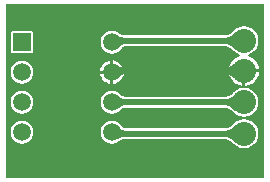
<source format=gbl>
G04 Layer_Physical_Order=2*
G04 Layer_Color=16711680*
%FSLAX24Y24*%
%MOIN*%
G70*
G01*
G75*
%ADD11C,0.0100*%
%ADD12C,0.0800*%
%ADD13R,0.0591X0.0591*%
%ADD14C,0.0591*%
%ADD15C,0.0200*%
G36*
X34917Y29133D02*
X26333D01*
Y34917D01*
X34917D01*
Y29133D01*
D02*
G37*
%LPC*%
G36*
X34748Y32650D02*
X34300D01*
Y32202D01*
X34381Y32213D01*
X34502Y32263D01*
X34607Y32343D01*
X34687Y32448D01*
X34737Y32569D01*
X34748Y32650D01*
D02*
G37*
G36*
X29800Y32600D02*
X29458D01*
X29465Y32547D01*
X29505Y32451D01*
X29568Y32368D01*
X29651Y32305D01*
X29747Y32265D01*
X29800Y32258D01*
Y32600D01*
D02*
G37*
G36*
X30073D02*
X29900D01*
Y32258D01*
X29953Y32265D01*
X30049Y32305D01*
X30132Y32368D01*
X30195Y32451D01*
X30235Y32547D01*
X30241Y32590D01*
X30238Y32589D01*
X30213Y32581D01*
X30190Y32571D01*
X30168Y32558D01*
X30147Y32542D01*
X30128Y32524D01*
X30110Y32504D01*
X30093Y32482D01*
X30073Y32600D01*
D02*
G37*
G36*
X34250Y32134D02*
X34125Y32118D01*
X34008Y32069D01*
X33908Y31992D01*
X33897Y31978D01*
X33874Y31956D01*
X33842Y31928D01*
X33812Y31904D01*
X33782Y31884D01*
X33753Y31867D01*
X33725Y31854D01*
X33698Y31844D01*
X33672Y31837D01*
X33650Y31834D01*
X30275D01*
X30264Y31835D01*
X30244Y31839D01*
X30225Y31844D01*
X30207Y31851D01*
X30189Y31860D01*
X30171Y31871D01*
X30154Y31883D01*
X30136Y31897D01*
X30124Y31909D01*
X30118Y31918D01*
X30039Y31978D01*
X29948Y32016D01*
X29850Y32029D01*
X29752Y32016D01*
X29661Y31978D01*
X29582Y31918D01*
X29522Y31839D01*
X29484Y31748D01*
X29471Y31650D01*
X29484Y31552D01*
X29522Y31461D01*
X29582Y31382D01*
X29661Y31322D01*
X29752Y31284D01*
X29850Y31271D01*
X29948Y31284D01*
X30039Y31322D01*
X30118Y31382D01*
X30124Y31391D01*
X30136Y31403D01*
X30154Y31417D01*
X30171Y31429D01*
X30189Y31440D01*
X30207Y31449D01*
X30225Y31456D01*
X30244Y31461D01*
X30264Y31465D01*
X30275Y31466D01*
X33650D01*
X33672Y31463D01*
X33698Y31456D01*
X33725Y31446D01*
X33753Y31433D01*
X33782Y31416D01*
X33811Y31396D01*
X33875Y31343D01*
X33897Y31322D01*
X33908Y31308D01*
X34008Y31231D01*
X34125Y31182D01*
X34250Y31166D01*
X34375Y31182D01*
X34492Y31231D01*
X34592Y31308D01*
X34669Y31408D01*
X34718Y31525D01*
X34734Y31650D01*
X34718Y31775D01*
X34669Y31892D01*
X34592Y31992D01*
X34492Y32069D01*
X34375Y32118D01*
X34250Y32134D01*
D02*
G37*
G36*
X26850Y31029D02*
X26752Y31016D01*
X26661Y30978D01*
X26582Y30918D01*
X26522Y30839D01*
X26484Y30748D01*
X26471Y30650D01*
X26484Y30552D01*
X26522Y30461D01*
X26582Y30382D01*
X26661Y30322D01*
X26752Y30284D01*
X26850Y30271D01*
X26948Y30284D01*
X27039Y30322D01*
X27118Y30382D01*
X27178Y30461D01*
X27216Y30552D01*
X27229Y30650D01*
X27216Y30748D01*
X27178Y30839D01*
X27118Y30918D01*
X27039Y30978D01*
X26948Y31016D01*
X26850Y31029D01*
D02*
G37*
G36*
X34250Y31084D02*
X34125Y31068D01*
X34008Y31019D01*
X33908Y30942D01*
X33897Y30928D01*
X33874Y30906D01*
X33842Y30878D01*
X33812Y30854D01*
X33782Y30834D01*
X33753Y30817D01*
X33725Y30804D01*
X33698Y30794D01*
X33672Y30787D01*
X33650Y30784D01*
X30289D01*
X30278Y30785D01*
X30260Y30789D01*
X30243Y30795D01*
X30228Y30802D01*
X30213Y30811D01*
X30199Y30821D01*
X30186Y30833D01*
X30173Y30848D01*
X30158Y30867D01*
X30153Y30871D01*
X30118Y30918D01*
X30039Y30978D01*
X29948Y31016D01*
X29850Y31029D01*
X29752Y31016D01*
X29661Y30978D01*
X29582Y30918D01*
X29522Y30839D01*
X29484Y30748D01*
X29471Y30650D01*
X29484Y30552D01*
X29522Y30461D01*
X29582Y30382D01*
X29661Y30322D01*
X29752Y30284D01*
X29850Y30271D01*
X29948Y30284D01*
X30039Y30322D01*
X30064Y30341D01*
X30069Y30343D01*
X30092Y30359D01*
X30113Y30372D01*
X30134Y30383D01*
X30155Y30393D01*
X30176Y30401D01*
X30197Y30407D01*
X30218Y30412D01*
X30239Y30416D01*
X30248Y30416D01*
X33650D01*
X33672Y30413D01*
X33698Y30406D01*
X33725Y30396D01*
X33753Y30383D01*
X33782Y30366D01*
X33811Y30346D01*
X33875Y30293D01*
X33897Y30272D01*
X33908Y30258D01*
X34008Y30181D01*
X34125Y30132D01*
X34250Y30116D01*
X34375Y30132D01*
X34492Y30181D01*
X34592Y30258D01*
X34669Y30358D01*
X34718Y30475D01*
X34734Y30600D01*
X34718Y30725D01*
X34669Y30842D01*
X34592Y30942D01*
X34492Y31019D01*
X34375Y31068D01*
X34250Y31084D01*
D02*
G37*
G36*
X26850Y32029D02*
X26752Y32016D01*
X26661Y31978D01*
X26582Y31918D01*
X26522Y31839D01*
X26484Y31748D01*
X26471Y31650D01*
X26484Y31552D01*
X26522Y31461D01*
X26582Y31382D01*
X26661Y31322D01*
X26752Y31284D01*
X26850Y31271D01*
X26948Y31284D01*
X27039Y31322D01*
X27118Y31382D01*
X27178Y31461D01*
X27216Y31552D01*
X27229Y31650D01*
X27216Y31748D01*
X27178Y31839D01*
X27118Y31918D01*
X27039Y31978D01*
X26948Y32016D01*
X26850Y32029D01*
D02*
G37*
G36*
X29900Y33042D02*
Y32700D01*
X30055D01*
X30023Y32889D01*
X30048Y32872D01*
X30073Y32857D01*
X30098Y32844D01*
X30124Y32832D01*
X30149Y32822D01*
X30175Y32814D01*
X30202Y32808D01*
X30213Y32806D01*
X30195Y32849D01*
X30132Y32932D01*
X30049Y32995D01*
X29953Y33035D01*
X29900Y33042D01*
D02*
G37*
G36*
X34250Y34184D02*
X34125Y34168D01*
X34008Y34119D01*
X33908Y34042D01*
X33897Y34028D01*
X33874Y34006D01*
X33842Y33978D01*
X33812Y33954D01*
X33782Y33934D01*
X33753Y33917D01*
X33725Y33904D01*
X33698Y33894D01*
X33672Y33887D01*
X33650Y33884D01*
X30248D01*
X30239Y33884D01*
X30218Y33888D01*
X30197Y33893D01*
X30176Y33899D01*
X30155Y33907D01*
X30134Y33917D01*
X30113Y33928D01*
X30092Y33941D01*
X30069Y33957D01*
X30064Y33959D01*
X30039Y33978D01*
X29948Y34016D01*
X29850Y34029D01*
X29752Y34016D01*
X29661Y33978D01*
X29582Y33918D01*
X29522Y33839D01*
X29484Y33748D01*
X29471Y33650D01*
X29484Y33552D01*
X29522Y33461D01*
X29582Y33382D01*
X29661Y33322D01*
X29752Y33284D01*
X29850Y33271D01*
X29948Y33284D01*
X30039Y33322D01*
X30118Y33382D01*
X30153Y33429D01*
X30158Y33433D01*
X30173Y33452D01*
X30186Y33467D01*
X30199Y33479D01*
X30213Y33489D01*
X30228Y33498D01*
X30243Y33505D01*
X30260Y33511D01*
X30278Y33515D01*
X30289Y33516D01*
X33650D01*
X33672Y33513D01*
X33698Y33506D01*
X33725Y33496D01*
X33753Y33483D01*
X33782Y33466D01*
X33811Y33446D01*
X33875Y33393D01*
X33897Y33372D01*
X33908Y33358D01*
X34008Y33281D01*
X34114Y33237D01*
X34118Y33201D01*
X34114Y33185D01*
X33998Y33137D01*
X33893Y33057D01*
X33813Y32952D01*
X33763Y32832D01*
X33791Y32845D01*
X33825Y32865D01*
X33859Y32888D01*
X33894Y32915D01*
X33929Y32946D01*
X33964Y32980D01*
Y32750D01*
X34748D01*
X34737Y32831D01*
X34687Y32952D01*
X34607Y33057D01*
X34502Y33137D01*
X34386Y33185D01*
X34382Y33201D01*
X34386Y33237D01*
X34492Y33281D01*
X34592Y33358D01*
X34669Y33458D01*
X34718Y33575D01*
X34734Y33700D01*
X34718Y33825D01*
X34669Y33942D01*
X34592Y34042D01*
X34492Y34119D01*
X34375Y34168D01*
X34250Y34184D01*
D02*
G37*
G36*
X27145Y34027D02*
X26555D01*
X26524Y34021D01*
X26497Y34003D01*
X26479Y33976D01*
X26473Y33945D01*
Y33355D01*
X26479Y33324D01*
X26497Y33297D01*
X26524Y33279D01*
X26555Y33273D01*
X27145D01*
X27176Y33279D01*
X27203Y33297D01*
X27221Y33324D01*
X27227Y33355D01*
Y33945D01*
X27221Y33976D01*
X27203Y34003D01*
X27176Y34021D01*
X27145Y34027D01*
D02*
G37*
G36*
X26850Y33029D02*
X26752Y33016D01*
X26661Y32978D01*
X26582Y32918D01*
X26522Y32839D01*
X26484Y32748D01*
X26471Y32650D01*
X26484Y32552D01*
X26522Y32461D01*
X26582Y32382D01*
X26661Y32322D01*
X26752Y32284D01*
X26850Y32271D01*
X26948Y32284D01*
X27039Y32322D01*
X27118Y32382D01*
X27178Y32461D01*
X27216Y32552D01*
X27229Y32650D01*
X27216Y32748D01*
X27178Y32839D01*
X27118Y32918D01*
X27039Y32978D01*
X26948Y33016D01*
X26850Y33029D01*
D02*
G37*
G36*
X34200Y32650D02*
X33964D01*
Y32420D01*
X33929Y32454D01*
X33859Y32512D01*
X33825Y32535D01*
X33791Y32555D01*
X33763Y32568D01*
X33813Y32448D01*
X33893Y32343D01*
X33998Y32263D01*
X34119Y32213D01*
X34200Y32202D01*
Y32650D01*
D02*
G37*
G36*
X29800Y33042D02*
X29747Y33035D01*
X29651Y32995D01*
X29568Y32932D01*
X29505Y32849D01*
X29465Y32753D01*
X29458Y32700D01*
X29800D01*
Y33042D01*
D02*
G37*
%LPD*%
G36*
X30082Y31836D02*
X30104Y31818D01*
X30127Y31802D01*
X30150Y31788D01*
X30174Y31777D01*
X30199Y31767D01*
X30224Y31760D01*
X30251Y31754D01*
X30277Y31751D01*
X30305Y31750D01*
Y31550D01*
X30277Y31549D01*
X30251Y31546D01*
X30224Y31540D01*
X30199Y31533D01*
X30174Y31523D01*
X30150Y31512D01*
X30127Y31498D01*
X30104Y31482D01*
X30082Y31464D01*
X30061Y31443D01*
Y31857D01*
X30082Y31836D01*
D02*
G37*
G36*
X33964Y31370D02*
X33929Y31404D01*
X33859Y31462D01*
X33825Y31485D01*
X33791Y31505D01*
X33757Y31521D01*
X33723Y31534D01*
X33689Y31543D01*
X33656Y31548D01*
X33623Y31550D01*
Y31750D01*
X33656Y31752D01*
X33689Y31757D01*
X33723Y31766D01*
X33757Y31779D01*
X33791Y31795D01*
X33825Y31815D01*
X33859Y31838D01*
X33894Y31865D01*
X33929Y31896D01*
X33964Y31930D01*
Y31370D01*
D02*
G37*
G36*
Y30320D02*
X33929Y30354D01*
X33859Y30412D01*
X33825Y30435D01*
X33791Y30455D01*
X33757Y30471D01*
X33723Y30484D01*
X33689Y30493D01*
X33656Y30498D01*
X33623Y30500D01*
Y30700D01*
X33656Y30702D01*
X33689Y30707D01*
X33723Y30716D01*
X33757Y30729D01*
X33791Y30745D01*
X33825Y30765D01*
X33859Y30788D01*
X33894Y30815D01*
X33929Y30846D01*
X33964Y30880D01*
Y30320D01*
D02*
G37*
G36*
X30110Y30796D02*
X30128Y30776D01*
X30147Y30758D01*
X30168Y30742D01*
X30190Y30729D01*
X30213Y30719D01*
X30238Y30711D01*
X30263Y30705D01*
X30290Y30701D01*
X30318Y30700D01*
X30282Y30500D01*
X30255Y30499D01*
X30228Y30496D01*
X30202Y30492D01*
X30175Y30486D01*
X30149Y30478D01*
X30124Y30468D01*
X30098Y30456D01*
X30073Y30443D01*
X30048Y30428D01*
X30023Y30411D01*
X30093Y30818D01*
X30110Y30796D01*
D02*
G37*
G36*
X30048Y33872D02*
X30073Y33857D01*
X30098Y33844D01*
X30124Y33832D01*
X30149Y33822D01*
X30175Y33814D01*
X30202Y33808D01*
X30228Y33804D01*
X30255Y33801D01*
X30282Y33800D01*
X30318Y33600D01*
X30290Y33599D01*
X30263Y33595D01*
X30238Y33589D01*
X30213Y33581D01*
X30190Y33570D01*
X30168Y33558D01*
X30147Y33542D01*
X30128Y33524D01*
X30110Y33504D01*
X30093Y33482D01*
X30023Y33889D01*
X30048Y33872D01*
D02*
G37*
G36*
X33964Y33420D02*
X33929Y33454D01*
X33859Y33512D01*
X33825Y33535D01*
X33791Y33555D01*
X33757Y33571D01*
X33723Y33584D01*
X33689Y33593D01*
X33656Y33598D01*
X33623Y33600D01*
Y33800D01*
X33656Y33802D01*
X33689Y33807D01*
X33723Y33816D01*
X33757Y33829D01*
X33791Y33845D01*
X33825Y33865D01*
X33859Y33888D01*
X33894Y33915D01*
X33929Y33946D01*
X33964Y33980D01*
Y33420D01*
D02*
G37*
D11*
X29850Y32650D02*
X29900Y32700D01*
X29850Y33650D02*
X29900Y33700D01*
D12*
X34250Y30600D02*
D03*
Y31650D02*
D03*
Y32700D02*
D03*
Y33700D02*
D03*
D13*
X26850Y33650D02*
D03*
D14*
Y32650D02*
D03*
Y31650D02*
D03*
Y30650D02*
D03*
X29850Y33650D02*
D03*
Y32650D02*
D03*
Y31650D02*
D03*
Y30650D02*
D03*
D15*
X29900Y30600D02*
X34250D01*
X29850Y31650D02*
X34250D01*
X29900Y32700D02*
X34250D01*
X29900Y33700D02*
X34250D01*
M02*

</source>
